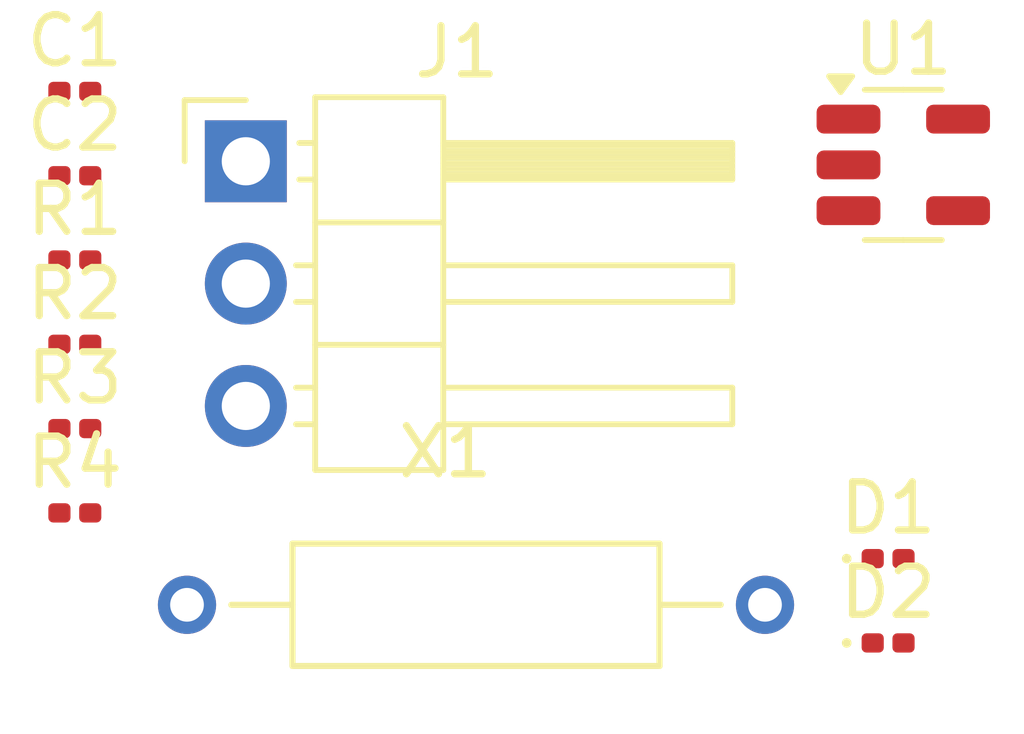
<source format=kicad_pcb>
(kicad_pcb (version 20240108) (generator "pcbnew") (generator_version "8.0")
  (layers (0 "F.Cu" signal) (31 "B.Cu" signal) (34 "B.Paste" user) (35 "F.Paste" user) (36 "B.SilkS" user "B.Silkscreen") (37 "F.SilkS" user "F.Silkscreen") (38 "B.Mask" user) (39 "F.Mask" user) (44 "Edge.Cuts" user))
  (net 0 "")
  (net 1 "GND")
  (net 2 "Net-(U1-V-)")
  (net 3 "Net-(U1-+)")
  (net 4 "Net-(D1-K)")
  (net 5 "VCC")
  (net 6 "Net-(D2-A)")
  (net 7 "Net-(J1-Pin_2)")
  (net 8 "Net-(U1--)")
  (footprint "Connector_PinHeader_2.54mm:PinHeader_1x03_P2.54mm_Horizontal" (layer "F.Cu") (at 118.62 73.3)
    (property "Reference" "J1" (at 4.385 -2.27 0) (layer "F.SilkS"))
    (property "Value" "Conn_01x03_Pin")
    (fp_line (start -1.27 -1.27) (end 0 -1.27) (stroke (width 0.12)) (layer "F.SilkS"))
    (fp_line (start -1.27 0) (end -1.27 -1.27) (stroke (width 0.12)) (layer "F.SilkS"))
    (fp_line (start 1.042929 2.16) (end 1.44 2.16) (stroke (width 0.12)) (layer "F.SilkS"))
    (fp_line (start 1.042929 2.92) (end 1.44 2.92) (stroke (width 0.12)) (layer "F.SilkS"))
    (fp_line (start 1.042929 4.7) (end 1.44 4.7) (stroke (width 0.12)) (layer "F.SilkS"))
    (fp_line (start 1.042929 5.46) (end 1.44 5.46) (stroke (width 0.12)) (layer "F.SilkS"))
    (fp_line (start 1.11 -0.38) (end 1.44 -0.38) (stroke (width 0.12)) (layer "F.SilkS"))
    (fp_line (start 1.11 0.38) (end 1.44 0.38) (stroke (width 0.12)) (layer "F.SilkS"))
    (fp_line (start 1.44 -1.33) (end 1.44 6.41) (stroke (width 0.12)) (layer "F.SilkS"))
    (fp_line (start 1.44 1.27) (end 4.1 1.27) (stroke (width 0.12)) (layer "F.SilkS"))
    (fp_line (start 1.44 3.81) (end 4.1 3.81) (stroke (width 0.12)) (layer "F.SilkS"))
    (fp_line (start 1.44 6.41) (end 4.1 6.41) (stroke (width 0.12)) (layer "F.SilkS"))
    (fp_line (start 4.1 -1.33) (end 1.44 -1.33) (stroke (width 0.12)) (layer "F.SilkS"))
    (fp_line (start 4.1 -0.38) (end 10.1 -0.38) (stroke (width 0.12)) (layer "F.SilkS"))
    (fp_line (start 4.1 -0.32) (end 10.1 -0.32) (stroke (width 0.12)) (layer "F.SilkS"))
    (fp_line (start 4.1 -0.2) (end 10.1 -0.2) (stroke (width 0.12)) (layer "F.SilkS"))
    (fp_line (start 4.1 -0.08) (end 10.1 -0.08) (stroke (width 0.12)) (layer "F.SilkS"))
    (fp_line (start 4.1 0.04) (end 10.1 0.04) (stroke (width 0.12)) (layer "F.SilkS"))
    (fp_line (start 4.1 0.16) (end 10.1 0.16) (stroke (width 0.12)) (layer "F.SilkS"))
    (fp_line (start 4.1 0.28) (end 10.1 0.28) (stroke (width 0.12)) (layer "F.SilkS"))
    (fp_line (start 4.1 2.16) (end 10.1 2.16) (stroke (width 0.12)) (layer "F.SilkS"))
    (fp_line (start 4.1 4.7) (end 10.1 4.7) (stroke (width 0.12)) (layer "F.SilkS"))
    (fp_line (start 4.1 6.41) (end 4.1 -1.33) (stroke (width 0.12)) (layer "F.SilkS"))
    (fp_line (start 10.1 -0.38) (end 10.1 0.38) (stroke (width 0.12)) (layer "F.SilkS"))
    (fp_line (start 10.1 0.38) (end 4.1 0.38) (stroke (width 0.12)) (layer "F.SilkS"))
    (fp_line (start 10.1 2.16) (end 10.1 2.92) (stroke (width 0.12)) (layer "F.SilkS"))
    (fp_line (start 10.1 2.92) (end 4.1 2.92) (stroke (width 0.12)) (layer "F.SilkS"))
    (fp_line (start 10.1 4.7) (end 10.1 5.46) (stroke (width 0.12)) (layer "F.SilkS"))
    (fp_line (start 10.1 5.46) (end 4.1 5.46) (stroke (width 0.12)) (layer "F.SilkS"))
    (pad "1" thru_hole rect (at 0 0) (size 1.7 1.7) (drill 1) (layers "*.Cu" "*.Mask") (net 1 "GND"))
    (pad "2" thru_hole oval (at 0 2.54) (size 1.7 1.7) (drill 1) (layers "*.Cu" "*.Mask") (net 7 "Net-(J1-Pin_2)"))
    (pad "3" thru_hole oval (at 0 5.08) (size 1.7 1.7) (drill 1) (layers "*.Cu" "*.Mask") (net 5 "VCC"))
  )
  (footprint "Resistor_SMD:R_0201_0603Metric" (layer "F.Cu") (at 115.07 80.6)
    (property "Reference" "R4" (at 0 -1.05 0) (layer "F.SilkS"))
    (property "Value" "1k")
    (pad "1" smd roundrect (at -0.32 0) (size 0.46 0.4) (layers "F.Cu" "F.Mask") (net 4 "Net-(D1-K)"))
    (pad "2" smd roundrect (at 0.32 0) (size 0.46 0.4) (layers "F.Cu" "F.Mask") (net 7 "Net-(J1-Pin_2)"))
  )
  (footprint "LED_SMD:LED_0201_0603Metric" (layer "F.Cu") (at 131.955 83.3)
    (property "Reference" "D2" (at 0 -1.05 0) (layer "F.SilkS"))
    (property "Value" "LED")
    (fp_circle (center -0.86 0) (end -0.81 0) (stroke (width 0.1)) (fill none) (layer "F.SilkS"))
    (pad "1" smd roundrect (at -0.32 0) (size 0.46 0.4) (layers "F.Cu" "F.Mask") (net 1 "GND"))
    (pad "2" smd roundrect (at 0.32 0) (size 0.46 0.4) (layers "F.Cu" "F.Mask") (net 6 "Net-(D2-A)"))
  )
  (footprint "SW-420:SW-420" (layer "F.Cu") (at 123.399 82.5085)
    (property "Reference" "X1" (at -0.635 -3.175 0) (layer "F.SilkS"))
    (property "Value" "SW-420")
    (fp_line (start -3.81 -1.27) (end -3.81 0) (stroke (width 0.127)) (layer "F.SilkS"))
    (fp_line (start -3.81 0) (end -5.08 0) (stroke (width 0.127)) (layer "F.SilkS"))
    (fp_line (start -3.81 0) (end -3.81 1.27) (stroke (width 0.127)) (layer "F.SilkS"))
    (fp_line (start -3.81 1.27) (end 3.81 1.27) (stroke (width 0.127)) (layer "F.SilkS"))
    (fp_line (start 3.81 -1.27) (end -3.81 -1.27) (stroke (width 0.127)) (layer "F.SilkS"))
    (fp_line (start 3.81 0) (end 3.81 -1.27) (stroke (width 0.127)) (layer "F.SilkS"))
    (fp_line (start 3.81 0) (end 5.08 0) (stroke (width 0.127)) (layer "F.SilkS"))
    (fp_line (start 3.81 1.27) (end 3.81 0) (stroke (width 0.127)) (layer "F.SilkS"))
    (pad "P$1" thru_hole circle (at -6 0) (size 1.208 1.208) (drill 0.7) (layers "*.Cu" "*.Mask") (net 1 "GND"))
    (pad "P$2" thru_hole circle (at 6 0) (size 1.208 1.208) (drill 0.7) (layers "*.Cu" "*.Mask") (net 3 "Net-(U1-+)"))
  )
  (footprint "Resistor_SMD:R_0201_0603Metric" (layer "F.Cu") (at 115.07 78.85)
    (property "Reference" "R3" (at 0 -1.05 0) (layer "F.SilkS"))
    (property "Value" "1k")
    (pad "1" smd roundrect (at -0.32 0) (size 0.46 0.4) (layers "F.Cu" "F.Mask") (net 5 "VCC"))
    (pad "2" smd roundrect (at 0.32 0) (size 0.46 0.4) (layers "F.Cu" "F.Mask") (net 6 "Net-(D2-A)"))
  )
  (footprint "LED_SMD:LED_0201_0603Metric" (layer "F.Cu") (at 131.955 81.55)
    (property "Reference" "D1" (at 0 -1.05 0) (layer "F.SilkS"))
    (property "Value" "status")
    (fp_circle (center -0.86 0) (end -0.81 0) (stroke (width 0.1)) (fill none) (layer "F.SilkS"))
    (pad "1" smd roundrect (at -0.32 0) (size 0.46 0.4) (layers "F.Cu" "F.Mask") (net 4 "Net-(D1-K)"))
    (pad "2" smd roundrect (at 0.32 0) (size 0.46 0.4) (layers "F.Cu" "F.Mask") (net 5 "VCC"))
  )
  (footprint "Resistor_SMD:R_0201_0603Metric" (layer "F.Cu") (at 115.07 77.1)
    (property "Reference" "R2" (at 0 -1.05 0) (layer "F.SilkS"))
    (property "Value" "10k")
    (pad "1" smd roundrect (at -0.32 0) (size 0.46 0.4) (layers "F.Cu" "F.Mask") (net 8 "Net-(U1--)"))
    (pad "2" smd roundrect (at 0.32 0) (size 0.46 0.4) (layers "F.Cu" "F.Mask") (net 1 "GND"))
  )
  (footprint "Capacitor_SMD:C_0201_0603Metric" (layer "F.Cu") (at 115.07 73.6)
    (property "Reference" "C2" (at 0 -1.05 0) (layer "F.SilkS"))
    (property "Value" "104")
    (pad "1" smd roundrect (at -0.32 0) (size 0.46 0.4) (layers "F.Cu" "F.Mask") (net 3 "Net-(U1-+)"))
    (pad "2" smd roundrect (at 0.32 0) (size 0.46 0.4) (layers "F.Cu" "F.Mask") (net 1 "GND"))
  )
  (footprint "Package_TO_SOT_SMD:SOT-23-5" (layer "F.Cu") (at 132.27 73.375)
    (property "Reference" "U1" (at 0 -2.4 0) (layer "F.SilkS"))
    (property "Value" "LM397")
    (fp_line (start 0 -1.56) (end -0.8 -1.56) (stroke (width 0.12)) (layer "F.SilkS"))
    (fp_line (start 0 -1.56) (end 0.8 -1.56) (stroke (width 0.12)) (layer "F.SilkS"))
    (fp_line (start 0 1.56) (end -0.8 1.56) (stroke (width 0.12)) (layer "F.SilkS"))
    (fp_line (start 0 1.56) (end 0.8 1.56) (stroke (width 0.12)) (layer "F.SilkS"))
    (fp_poly (pts (xy -1.3 -1.51) (xy -1.54 -1.84) (xy -1.06 -1.84) (xy -1.3 -1.51)) (stroke (width 0.12)) (fill solid) (layer "F.SilkS"))
    (pad "1" smd roundrect (at -1.1375 -0.95) (size 1.325 0.6) (layers "F.Cu" "F.Paste" "F.Mask") (net 8 "Net-(U1--)"))
    (pad "2" smd roundrect (at -1.1375 0) (size 1.325 0.6) (layers "F.Cu" "F.Paste" "F.Mask") (net 2 "Net-(U1-V-)"))
    (pad "3" smd roundrect (at -1.1375 0.95) (size 1.325 0.6) (layers "F.Cu" "F.Paste" "F.Mask") (net 3 "Net-(U1-+)"))
    (pad "4" smd roundrect (at 1.1375 0.95) (size 1.325 0.6) (layers "F.Cu" "F.Paste" "F.Mask") (net 7 "Net-(J1-Pin_2)"))
    (pad "5" smd roundrect (at 1.1375 -0.95) (size 1.325 0.6) (layers "F.Cu" "F.Paste" "F.Mask") (net 5 "VCC"))
  )
  (footprint "Resistor_SMD:R_0201_0603Metric" (layer "F.Cu") (at 115.07 75.35)
    (property "Reference" "R1" (at 0 -1.05 0) (layer "F.SilkS"))
    (property "Value" "1k")
    (pad "1" smd roundrect (at -0.32 0) (size 0.46 0.4) (layers "F.Cu" "F.Mask") (net 5 "VCC"))
    (pad "2" smd roundrect (at 0.32 0) (size 0.46 0.4) (layers "F.Cu" "F.Mask") (net 3 "Net-(U1-+)"))
  )
  (footprint "Capacitor_SMD:C_0201_0603Metric" (layer "F.Cu") (at 115.07 71.85)
    (property "Reference" "C1" (at 0 -1.05 0) (layer "F.SilkS"))
    (property "Value" "104")
    (pad "1" smd roundrect (at -0.32 0) (size 0.46 0.4) (layers "F.Cu" "F.Mask") (net 2 "Net-(U1-V-)"))
    (pad "2" smd roundrect (at 0.32 0) (size 0.46 0.4) (layers "F.Cu" "F.Mask") (net 1 "GND"))
  )
)
</source>
